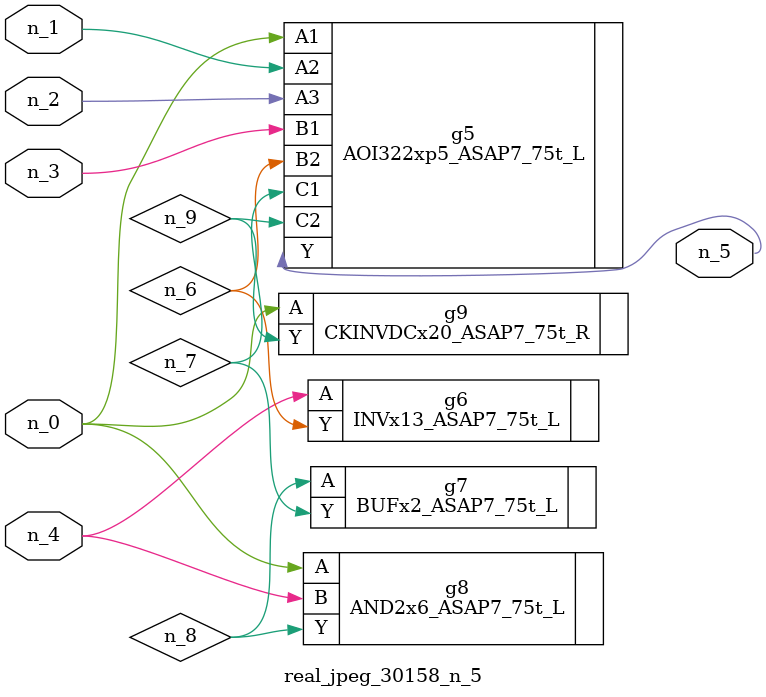
<source format=v>
module real_jpeg_30158_n_5 (n_4, n_0, n_1, n_2, n_3, n_5);

input n_4;
input n_0;
input n_1;
input n_2;
input n_3;

output n_5;

wire n_8;
wire n_6;
wire n_7;
wire n_9;

AOI322xp5_ASAP7_75t_L g5 ( 
.A1(n_0),
.A2(n_1),
.A3(n_2),
.B1(n_3),
.B2(n_6),
.C1(n_7),
.C2(n_9),
.Y(n_5)
);

AND2x6_ASAP7_75t_L g8 ( 
.A(n_0),
.B(n_4),
.Y(n_8)
);

CKINVDCx20_ASAP7_75t_R g9 ( 
.A(n_0),
.Y(n_9)
);

INVx13_ASAP7_75t_L g6 ( 
.A(n_4),
.Y(n_6)
);

BUFx2_ASAP7_75t_L g7 ( 
.A(n_8),
.Y(n_7)
);


endmodule
</source>
